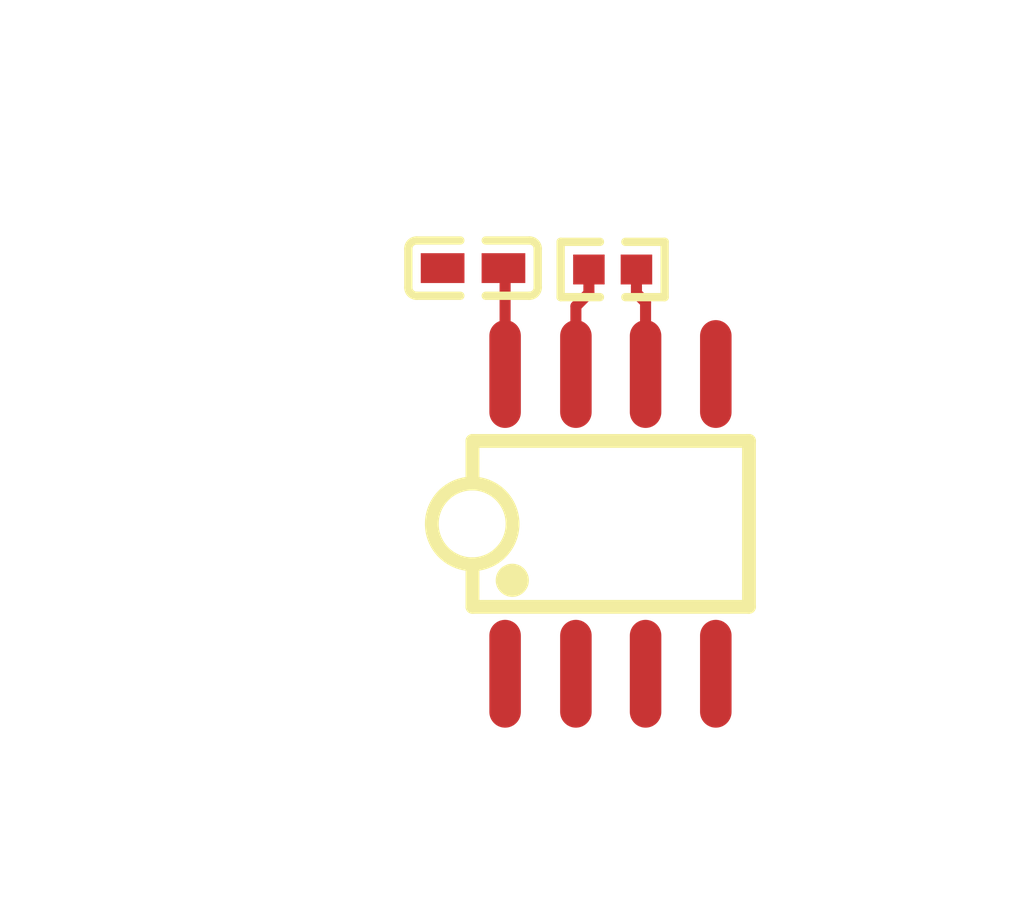
<source format=kicad_pcb>
(kicad_pcb (version 20241229) (generator "pcbnew") (generator_version "9.0")
  (layers (0 "F.Cu" signal) (2 "B.Cu" signal) (13 "F.Paste" user) (15 "B.Paste" user) (5 "F.SilkS" user "F.Silkscreen") (7 "B.SilkS" user "B.Silkscreen") (1 "F.Mask" user) (3 "B.Mask" user) (25 "Edge.Cuts" user))
  (net 0 "")
  (net 1 "B")
  (net 2 "RO")
  (net 3 "DE")
  (net 4 "gnd")
  (net 5 "DI")
  (net 6 "nRE")
  (net 7 "A")
  (net 8 "VCC")
  (footprint "MaxLinear_SP3485EN_L_TR:SOIC-8_L5.0-W4.0-P1.27-LS6.0-BL" (layer "F.Cu") (at 0 0 0)
    (property "Reference" "U1" (hide yes))
    (property "Value" "")
    (fp_line (start -2.5 -1.5) (end -2.5 -0.73) (stroke (width 0.25)) (layer "F.SilkS"))
    (fp_line (start -2.5 -1.5) (end 2.5 -1.5) (stroke (width 0.25)) (layer "F.SilkS"))
    (fp_line (start -2.5 1.5) (end -2.5 0.73) (stroke (width 0.25)) (layer "F.SilkS"))
    (fp_line (start -2.5 1.5) (end 2.5 1.5) (stroke (width 0.25)) (layer "F.SilkS"))
    (fp_line (start 2.5 -1.5) (end 2.5 1.5) (stroke (width 0.25)) (layer "F.SilkS"))
    (fp_arc (start -2.48726 -0.729889) (mid -2.50635 0.729972) (end -2.5 -0.73) (stroke (width 0.25)) (layer "F.SilkS"))
    (fp_circle (center -1.78 1.02) (end -1.63 1.02) (stroke (width 0.3)) (fill no) (layer "F.SilkS"))
    (pad "1" smd oval (at -1.91 2.71 0) (size 0.57 1.95) (layers "F.Cu" "F.Mask" "F.Paste") (net 2 "RO"))
    (pad "2" smd oval (at -0.63 2.71 0) (size 0.57 1.95) (layers "F.Cu" "F.Mask" "F.Paste") (net 6 "nRE"))
    (pad "3" smd oval (at 0.63 2.71 0) (size 0.57 1.95) (layers "F.Cu" "F.Mask" "F.Paste") (net 3 "DE"))
    (pad "4" smd oval (at 1.9 2.71 0) (size 0.57 1.95) (layers "F.Cu" "F.Mask" "F.Paste") (net 5 "DI"))
    (pad "5" smd oval (at 1.9 -2.71 0) (size 0.57 1.95) (layers "F.Cu" "F.Mask" "F.Paste") (net 4 "gnd"))
    (pad "6" smd oval (at 0.63 -2.71 0) (size 0.57 1.95) (layers "F.Cu" "F.Mask" "F.Paste") (net 7 "A"))
    (pad "7" smd oval (at -0.63 -2.71 0) (size 0.57 1.95) (layers "F.Cu" "F.Mask" "F.Paste") (net 1 "B"))
    (pad "8" smd oval (at -1.91 -2.71 0) (size 0.57 1.95) (layers "F.Cu" "F.Mask" "F.Paste") (net 8 "VCC"))
  )
  (footprint "UNI_ROYAL_0402WGF1200TCE:R0402" (layer "F.Cu") (at 0.035005 -4.6 180)
    (property "Reference" "R1" (hide yes))
    (property "Value" "120Ω ±1% 62.5mW")
    (fp_line (start -0.23 0.5) (end -0.94 0.5) (stroke (width 0.15)) (layer "F.SilkS"))
    (fp_line (start -0.94 0.5) (end -0.94 -0.5) (stroke (width 0.15)) (layer "F.SilkS"))
    (fp_line (start -0.94 -0.5) (end -0.23 -0.5) (stroke (width 0.15)) (layer "F.SilkS"))
    (fp_line (start 0.23 0.5) (end 0.94 0.5) (stroke (width 0.15)) (layer "F.SilkS"))
    (fp_line (start 0.94 0.5) (end 0.94 -0.5) (stroke (width 0.15)) (layer "F.SilkS"))
    (fp_line (start 0.94 -0.5) (end 0.23 -0.5) (stroke (width 0.15)) (layer "F.SilkS"))
    (pad "2" smd rect (at 0.43 0 180) (size 0.57 0.54) (layers "F.Cu" "F.Paste" "F.Mask") (net 1 "B"))
    (pad "1" smd rect (at -0.43 0 180) (size 0.57 0.54) (layers "F.Cu" "F.Paste" "F.Mask") (net 7 "A"))
  )
  (footprint "Samsung_Electro_Mechanics_CL05B104KO5NNNC:C0402" (layer "F.Cu") (at -2.489995 -4.625 180)
    (property "Reference" "C1" (hide yes))
    (property "Value" "100nF ±10% 16V X7R")
    (fp_line (start 1.17 0.35) (end 1.17 -0.35) (stroke (width 0.15)) (layer "F.SilkS"))
    (fp_line (start 1.02 -0.5) (end 0.23 -0.5) (stroke (width 0.15)) (layer "F.SilkS"))
    (fp_line (start 0.23 0.5) (end 1.02 0.5) (stroke (width 0.15)) (layer "F.SilkS"))
    (fp_line (start -0.23 0.5) (end -1.02 0.5) (stroke (width 0.15)) (layer "F.SilkS"))
    (fp_line (start -1.02 -0.5) (end -0.23 -0.5) (stroke (width 0.15)) (layer "F.SilkS"))
    (fp_line (start -1.17 0.35) (end -1.17 -0.35) (stroke (width 0.15)) (layer "F.SilkS"))
    (fp_arc (start 1.17 0.35) (mid 1.126066 0.456066) (end 1.02 0.5) (stroke (width 0.15)) (layer "F.SilkS"))
    (fp_arc (start 1.02 -0.5) (mid 1.126066 -0.456066) (end 1.17 -0.35) (stroke (width 0.15)) (layer "F.SilkS"))
    (fp_arc (start -1.02 0.5) (mid -1.126066 0.456066) (end -1.17 0.35) (stroke (width 0.15)) (layer "F.SilkS"))
    (fp_arc (start -1.17 -0.35) (mid -1.126066 -0.456066) (end -1.02 -0.5) (stroke (width 0.15)) (layer "F.SilkS"))
    (pad "1" smd rect (at -0.55 0 180) (size 0.79 0.54) (layers "F.Cu" "F.Mask" "F.Paste") (net 8 "VCC"))
    (pad "2" smd rect (at 0.55 0 180) (size 0.79 0.54) (layers "F.Cu" "F.Mask" "F.Paste") (net 4 "gnd"))
  )
  (segment (start -0.63 -3.934995) (end -0.394995 -4.17) (width 0.2) (net 1) (layer "F.Cu"))
  (segment (start -0.394995 -4.17) (end -0.394995 -4.6) (width 0.2) (net 1) (layer "F.Cu"))
  (segment (start -0.63 -2.71) (end -0.63 -3.934995) (width 0.2) (net 1) (layer "F.Cu"))
  (segment (start 0.465005 -4.6) (end 0.465005 -4.17) (width 0.2) (net 7) (layer "F.Cu"))
  (segment (start 0.465005 -4.17) (end 0.63 -4.005005) (width 0.2) (net 7) (layer "F.Cu"))
  (segment (start 0.63 -4.005005) (end 0.63 -2.71) (width 0.2) (net 7) (layer "F.Cu"))
  (segment (start -1.91 -2.71) (end -1.91 -4.595005) (width 0.2) (net 8) (layer "F.Cu"))
  (segment (start -1.91 -4.595005) (end -1.939995 -4.625) (width 0.2) (net 8) (layer "F.Cu"))
)
</source>
